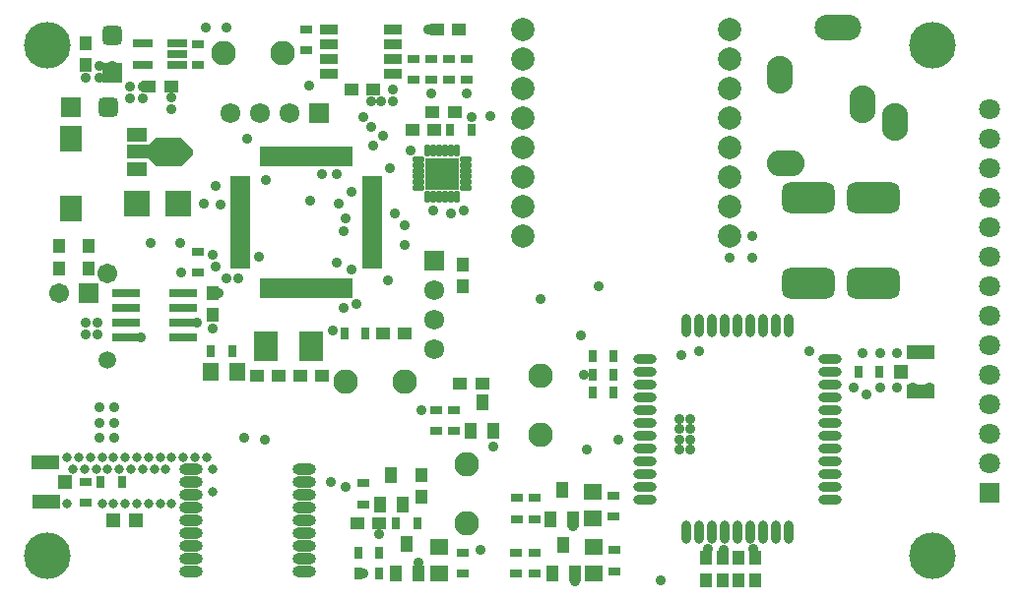
<source format=gts>
G04*
G04 #@! TF.GenerationSoftware,Altium Limited,Altium Designer,18.1.6 (161)*
G04*
G04 Layer_Color=8388736*
%FSLAX25Y25*%
%MOIN*%
G70*
G01*
G75*
%ADD50R,0.08674X0.09068*%
%ADD51R,0.07493X0.08674*%
G04:AMPARAMS|DCode=52|XSize=68mil|YSize=68mil|CornerRadius=19mil|HoleSize=0mil|Usage=FLASHONLY|Rotation=90.000|XOffset=0mil|YOffset=0mil|HoleType=Round|Shape=RoundedRectangle|*
%AMROUNDEDRECTD52*
21,1,0.06800,0.03000,0,0,90.0*
21,1,0.03000,0.06800,0,0,90.0*
1,1,0.03800,0.01500,0.01500*
1,1,0.03800,0.01500,-0.01500*
1,1,0.03800,-0.01500,-0.01500*
1,1,0.03800,-0.01500,0.01500*
%
%ADD52ROUNDEDRECTD52*%
%ADD53R,0.06800X0.06800*%
%ADD54R,0.04340X0.04537*%
G04:AMPARAMS|DCode=55|XSize=68mil|YSize=68mil|CornerRadius=19mil|HoleSize=0mil|Usage=FLASHONLY|Rotation=0.000|XOffset=0mil|YOffset=0mil|HoleType=Round|Shape=RoundedRectangle|*
%AMROUNDEDRECTD55*
21,1,0.06800,0.03000,0,0,0.0*
21,1,0.03000,0.06800,0,0,0.0*
1,1,0.03800,0.01500,-0.01500*
1,1,0.03800,-0.01500,-0.01500*
1,1,0.03800,-0.01500,0.01500*
1,1,0.03800,0.01500,0.01500*
%
%ADD55ROUNDEDRECTD55*%
%ADD56R,0.06800X0.06800*%
%ADD57R,0.06706X0.04737*%
%ADD58R,0.04537X0.04340*%
%ADD59R,0.06706X0.03162*%
%ADD60R,0.04343X0.03162*%
%ADD61R,0.01981X0.06706*%
%ADD62R,0.06706X0.01981*%
%ADD63R,0.05918X0.03556*%
%ADD64R,0.03162X0.04343*%
G04:AMPARAMS|DCode=65|XSize=41.47mil|YSize=21.78mil|CornerRadius=5.72mil|HoleSize=0mil|Usage=FLASHONLY|Rotation=90.000|XOffset=0mil|YOffset=0mil|HoleType=Round|Shape=RoundedRectangle|*
%AMROUNDEDRECTD65*
21,1,0.04147,0.01034,0,0,90.0*
21,1,0.03002,0.02178,0,0,90.0*
1,1,0.01145,0.00517,0.01501*
1,1,0.01145,0.00517,-0.01501*
1,1,0.01145,-0.00517,-0.01501*
1,1,0.01145,-0.00517,0.01501*
%
%ADD65ROUNDEDRECTD65*%
G04:AMPARAMS|DCode=66|XSize=39.5mil|YSize=21.78mil|CornerRadius=5.72mil|HoleSize=0mil|Usage=FLASHONLY|Rotation=0.000|XOffset=0mil|YOffset=0mil|HoleType=Round|Shape=RoundedRectangle|*
%AMROUNDEDRECTD66*
21,1,0.03950,0.01034,0,0,0.0*
21,1,0.02805,0.02178,0,0,0.0*
1,1,0.01145,0.01403,-0.00517*
1,1,0.01145,-0.01403,-0.00517*
1,1,0.01145,-0.01403,0.00517*
1,1,0.01145,0.01403,0.00517*
%
%ADD66ROUNDEDRECTD66*%
%ADD67R,0.11430X0.11036*%
%ADD68R,0.08280X0.10249*%
%ADD69R,0.05800X0.06300*%
%ADD70R,0.09461X0.03162*%
%ADD71O,0.03162X0.07887*%
%ADD72O,0.07887X0.03162*%
%ADD73R,0.04147X0.05524*%
G04:AMPARAMS|DCode=74|XSize=106.42mil|YSize=177.29mil|CornerRadius=28.61mil|HoleSize=0mil|Usage=FLASHONLY|Rotation=90.000|XOffset=0mil|YOffset=0mil|HoleType=Round|Shape=RoundedRectangle|*
%AMROUNDEDRECTD74*
21,1,0.10642,0.12008,0,0,90.0*
21,1,0.04921,0.17729,0,0,90.0*
1,1,0.05721,0.06004,0.02461*
1,1,0.05721,0.06004,-0.02461*
1,1,0.05721,-0.06004,-0.02461*
1,1,0.05721,-0.06004,0.02461*
%
%ADD74ROUNDEDRECTD74*%
%ADD75R,0.09461X0.04737*%
%ADD76R,0.04737X0.04737*%
%ADD77R,0.06300X0.05800*%
%ADD78O,0.07887X0.03950*%
%ADD79R,0.06784X0.06784*%
%ADD80C,0.06784*%
%ADD81C,0.08300*%
%ADD82C,0.06706*%
%ADD83R,0.06706X0.06706*%
%ADD84R,0.06784X0.06784*%
%ADD85C,0.07887*%
%ADD86O,0.08800X0.12800*%
%ADD87O,0.12800X0.08800*%
%ADD88O,0.15800X0.08800*%
%ADD89C,0.15800*%
%ADD90C,0.07099*%
%ADD91R,0.07099X0.07099*%
%ADD92C,0.05918*%
%ADD93C,0.03600*%
%ADD94C,0.03162*%
G36*
X723758Y417681D02*
X715096D01*
X712734Y420043D01*
X705254D01*
Y424768D01*
X712734D01*
X715096Y427130D01*
X723758D01*
X727695Y423193D01*
Y421618D01*
X723758Y417681D01*
D02*
G37*
D50*
X722821Y404800D02*
D03*
X708600D02*
D03*
D51*
X686500Y426811D02*
D03*
Y403189D02*
D03*
D52*
X700500Y461799D02*
D03*
D53*
Y449201D02*
D03*
D54*
X691500Y459200D02*
D03*
Y451800D02*
D03*
X819000Y376800D02*
D03*
Y384200D02*
D03*
X734500Y367100D02*
D03*
Y374500D02*
D03*
X692500Y383000D02*
D03*
Y390400D02*
D03*
X682500Y383000D02*
D03*
Y390400D02*
D03*
X918000Y277300D02*
D03*
Y284700D02*
D03*
X912446Y277300D02*
D03*
Y284700D02*
D03*
X906892Y277300D02*
D03*
Y284700D02*
D03*
X901339Y277300D02*
D03*
Y284700D02*
D03*
X805000Y312821D02*
D03*
Y305421D02*
D03*
D55*
X699098Y437500D02*
D03*
D56*
X686500D02*
D03*
D57*
X708600Y416500D02*
D03*
Y428311D02*
D03*
D58*
X712800Y444500D02*
D03*
X720200D02*
D03*
X788700Y443500D02*
D03*
X781300D02*
D03*
X817700Y464000D02*
D03*
X810300D02*
D03*
X809500Y430000D02*
D03*
X802100D02*
D03*
X808800Y436000D02*
D03*
X816200D02*
D03*
X792000Y361000D02*
D03*
X799400D02*
D03*
X764000Y346500D02*
D03*
X771400D02*
D03*
X756720D02*
D03*
X749321D02*
D03*
X825520Y344000D02*
D03*
X818120D02*
D03*
X783300Y296500D02*
D03*
X790700D02*
D03*
D59*
X722405Y451760D02*
D03*
Y455500D02*
D03*
Y459240D02*
D03*
X710595D02*
D03*
Y451760D02*
D03*
D60*
X729500Y451851D02*
D03*
X729500Y459000D02*
D03*
X766001Y456851D02*
D03*
X766000Y464000D02*
D03*
X802500Y454000D02*
D03*
X802501Y446851D02*
D03*
X808500D02*
D03*
X808500Y454000D02*
D03*
X814500D02*
D03*
X814501Y446851D02*
D03*
X820500Y446851D02*
D03*
X820500Y454000D02*
D03*
X729499Y388649D02*
D03*
X729500Y381500D02*
D03*
X810000Y327800D02*
D03*
X809999Y334949D02*
D03*
X816000D02*
D03*
X816000Y327800D02*
D03*
X837500Y297917D02*
D03*
X837500Y305066D02*
D03*
X843499Y305088D02*
D03*
X843500Y297939D02*
D03*
X870000Y305987D02*
D03*
X870000Y298838D02*
D03*
X870500Y287487D02*
D03*
X870500Y280338D02*
D03*
X843499Y286566D02*
D03*
X843499Y279417D02*
D03*
X837000D02*
D03*
X837000Y286566D02*
D03*
X785500Y303000D02*
D03*
X785499Y310149D02*
D03*
X818999Y286649D02*
D03*
X819000Y279500D02*
D03*
X691501Y303351D02*
D03*
X691500Y310501D02*
D03*
D61*
X751236Y376059D02*
D03*
X753205D02*
D03*
X755173D02*
D03*
X757142D02*
D03*
X759110D02*
D03*
X761079D02*
D03*
X763047D02*
D03*
X765016D02*
D03*
X766984D02*
D03*
X768953D02*
D03*
X770921D02*
D03*
X772890D02*
D03*
X774858D02*
D03*
X776827D02*
D03*
X778795D02*
D03*
X780764D02*
D03*
Y420941D02*
D03*
X778795D02*
D03*
X776827D02*
D03*
X774858D02*
D03*
X772890D02*
D03*
X770921D02*
D03*
X768953D02*
D03*
X766984D02*
D03*
X765016D02*
D03*
X763047D02*
D03*
X761079D02*
D03*
X759110D02*
D03*
X757142D02*
D03*
X755173D02*
D03*
X753205D02*
D03*
X751236D02*
D03*
D62*
X788441Y383736D02*
D03*
Y385705D02*
D03*
Y387673D02*
D03*
Y389642D02*
D03*
Y391610D02*
D03*
Y393579D02*
D03*
Y395547D02*
D03*
Y397516D02*
D03*
Y399484D02*
D03*
Y401453D02*
D03*
Y403421D02*
D03*
Y405390D02*
D03*
Y407358D02*
D03*
Y409327D02*
D03*
Y411295D02*
D03*
Y413264D02*
D03*
X743559D02*
D03*
Y411295D02*
D03*
Y409327D02*
D03*
Y407358D02*
D03*
Y405390D02*
D03*
Y403421D02*
D03*
Y401453D02*
D03*
Y399484D02*
D03*
Y397516D02*
D03*
Y395547D02*
D03*
Y393579D02*
D03*
Y391610D02*
D03*
Y389642D02*
D03*
Y387673D02*
D03*
Y385705D02*
D03*
Y383736D02*
D03*
D63*
X795327Y459000D02*
D03*
Y464000D02*
D03*
Y454000D02*
D03*
Y449000D02*
D03*
X773673Y459000D02*
D03*
Y464000D02*
D03*
Y454000D02*
D03*
Y449000D02*
D03*
D64*
X821949Y430000D02*
D03*
X814800Y430000D02*
D03*
X786149Y361000D02*
D03*
X779000Y361000D02*
D03*
X733839Y355000D02*
D03*
X740988Y355000D02*
D03*
X783551Y279599D02*
D03*
X790700Y279600D02*
D03*
X870149Y340989D02*
D03*
X863000Y340989D02*
D03*
X870149Y346989D02*
D03*
X863000Y346989D02*
D03*
X870149Y353089D02*
D03*
X863000Y353089D02*
D03*
X953000Y347988D02*
D03*
X960149Y347989D02*
D03*
X790700Y286500D02*
D03*
X783551Y286500D02*
D03*
X703649Y310501D02*
D03*
X696500Y310500D02*
D03*
X803649Y296500D02*
D03*
X796500Y296500D02*
D03*
D65*
X816921Y407224D02*
D03*
X814953D02*
D03*
X812984D02*
D03*
X811016D02*
D03*
X809047D02*
D03*
X807079D02*
D03*
Y422776D02*
D03*
X809047D02*
D03*
X811016D02*
D03*
X812984D02*
D03*
X814953D02*
D03*
X816921D02*
D03*
D66*
X804126Y410079D02*
D03*
Y412047D02*
D03*
Y414016D02*
D03*
Y415984D02*
D03*
Y417953D02*
D03*
Y419921D02*
D03*
X819874D02*
D03*
Y417953D02*
D03*
Y415984D02*
D03*
Y414016D02*
D03*
Y412047D02*
D03*
Y410079D02*
D03*
D67*
X812000Y415000D02*
D03*
D68*
X767800Y356500D02*
D03*
X752400D02*
D03*
D69*
X742839Y347910D02*
D03*
X733839D02*
D03*
D70*
X705000Y374500D02*
D03*
Y369500D02*
D03*
Y364500D02*
D03*
Y359500D02*
D03*
X724488Y374500D02*
D03*
Y369500D02*
D03*
Y364500D02*
D03*
Y359500D02*
D03*
D71*
X894677Y363539D02*
D03*
X899008D02*
D03*
X903339D02*
D03*
X907669D02*
D03*
X912000D02*
D03*
X916331D02*
D03*
X920661D02*
D03*
X924992D02*
D03*
X929323D02*
D03*
Y293461D02*
D03*
X924992D02*
D03*
X920661D02*
D03*
X916331D02*
D03*
X912000D02*
D03*
X907669D02*
D03*
X903339D02*
D03*
X899008D02*
D03*
X894677D02*
D03*
D72*
X943299Y352319D02*
D03*
Y347988D02*
D03*
Y343657D02*
D03*
Y339327D02*
D03*
Y334996D02*
D03*
Y330665D02*
D03*
Y326335D02*
D03*
Y322004D02*
D03*
Y317673D02*
D03*
Y313342D02*
D03*
Y309012D02*
D03*
Y304681D02*
D03*
X880701D02*
D03*
Y309012D02*
D03*
Y313342D02*
D03*
Y317673D02*
D03*
Y322004D02*
D03*
Y326335D02*
D03*
Y330665D02*
D03*
Y334996D02*
D03*
Y339327D02*
D03*
Y343657D02*
D03*
Y347988D02*
D03*
Y352319D02*
D03*
D73*
X825520Y337621D02*
D03*
X821800Y327800D02*
D03*
X829380Y327779D02*
D03*
X852520Y307760D02*
D03*
X848800Y297939D02*
D03*
X856380Y297917D02*
D03*
X853020Y289260D02*
D03*
X849300Y279439D02*
D03*
X856880Y279417D02*
D03*
X794720Y312821D02*
D03*
X791000Y303000D02*
D03*
X798580Y302979D02*
D03*
X800020Y289421D02*
D03*
X796300Y279600D02*
D03*
X803880Y279579D02*
D03*
D74*
X958000Y406700D02*
D03*
X958000Y377700D02*
D03*
X936000Y406700D02*
D03*
X936000Y377700D02*
D03*
D75*
X973952Y354477D02*
D03*
X973972Y341140D02*
D03*
X677854Y304012D02*
D03*
X677835Y317348D02*
D03*
D76*
X967306Y347989D02*
D03*
X708500Y297500D02*
D03*
X700600D02*
D03*
X684500Y310500D02*
D03*
D77*
X863000Y307039D02*
D03*
Y298039D02*
D03*
X863500Y288539D02*
D03*
Y279539D02*
D03*
X811000Y288500D02*
D03*
Y279500D02*
D03*
D78*
X727000Y280185D02*
D03*
Y284516D02*
D03*
Y288846D02*
D03*
Y293177D02*
D03*
Y297508D02*
D03*
Y301839D02*
D03*
Y306169D02*
D03*
Y310500D02*
D03*
Y314831D02*
D03*
X765189D02*
D03*
Y310500D02*
D03*
Y306169D02*
D03*
Y301839D02*
D03*
Y297508D02*
D03*
Y293177D02*
D03*
Y288846D02*
D03*
Y284516D02*
D03*
Y280185D02*
D03*
D79*
X770500Y435500D02*
D03*
D80*
X760500D02*
D03*
X750500D02*
D03*
X740500D02*
D03*
X809500Y375500D02*
D03*
Y365500D02*
D03*
Y355500D02*
D03*
D81*
X758000Y456000D02*
D03*
X738000D02*
D03*
X779500Y344500D02*
D03*
X799500D02*
D03*
X845500Y346500D02*
D03*
Y326500D02*
D03*
X820500Y316500D02*
D03*
Y296500D02*
D03*
D82*
X682500Y374500D02*
D03*
X698600Y381300D02*
D03*
D83*
X692500Y374500D02*
D03*
D84*
X809500Y385500D02*
D03*
D85*
X909500Y394000D02*
D03*
Y404000D02*
D03*
Y414000D02*
D03*
Y424000D02*
D03*
Y434000D02*
D03*
Y444000D02*
D03*
Y454000D02*
D03*
Y464000D02*
D03*
X839500D02*
D03*
Y454000D02*
D03*
Y444000D02*
D03*
Y434000D02*
D03*
Y424000D02*
D03*
Y414000D02*
D03*
Y404000D02*
D03*
Y394000D02*
D03*
D86*
X965500Y432500D02*
D03*
X954500Y438500D02*
D03*
X926500Y448500D02*
D03*
D87*
X928500Y418500D02*
D03*
D88*
X946000Y464500D02*
D03*
D89*
X678500Y285500D02*
D03*
Y458614D02*
D03*
X978000D02*
D03*
Y285500D02*
D03*
D90*
X997370Y437000D02*
D03*
Y427000D02*
D03*
Y417000D02*
D03*
Y407000D02*
D03*
Y397000D02*
D03*
Y387000D02*
D03*
Y377000D02*
D03*
Y367000D02*
D03*
Y357000D02*
D03*
Y347000D02*
D03*
Y337000D02*
D03*
Y327000D02*
D03*
Y317000D02*
D03*
D91*
Y307000D02*
D03*
D92*
X698700Y352000D02*
D03*
D93*
X801400Y422800D02*
D03*
X791999Y428000D02*
D03*
X788826Y424500D02*
D03*
X788000Y431000D02*
D03*
X794500Y417000D02*
D03*
X795327Y439500D02*
D03*
X791500D02*
D03*
X785500Y434051D02*
D03*
X788000Y439500D02*
D03*
X951500Y342500D02*
D03*
X954500Y354113D02*
D03*
X977000Y354000D02*
D03*
X960500Y354113D02*
D03*
X966000D02*
D03*
X971341Y354000D02*
D03*
X977000Y342500D02*
D03*
X971341D02*
D03*
X966000D02*
D03*
X960500D02*
D03*
X828500Y434500D02*
D03*
X781300Y409000D02*
D03*
X777000Y404692D02*
D03*
X845500Y372500D02*
D03*
X865000Y377000D02*
D03*
X796022Y401453D02*
D03*
X737000Y404500D02*
D03*
X735500Y411000D02*
D03*
X799500Y391000D02*
D03*
Y397500D02*
D03*
X767500Y406000D02*
D03*
X778547Y395547D02*
D03*
X732000Y464500D02*
D03*
X739000D02*
D03*
X795327Y443500D02*
D03*
X820500Y442250D02*
D03*
X808500D02*
D03*
X743000Y379500D02*
D03*
X892500Y321500D02*
D03*
X896000D02*
D03*
Y325000D02*
D03*
Y328500D02*
D03*
Y332000D02*
D03*
X892500Y325000D02*
D03*
Y328500D02*
D03*
Y332000D02*
D03*
X805000Y334949D02*
D03*
X720200Y440750D02*
D03*
X821949Y434051D02*
D03*
X700500Y447500D02*
D03*
Y451500D02*
D03*
X696000Y447500D02*
D03*
Y451500D02*
D03*
X691500Y447500D02*
D03*
Y451500D02*
D03*
X807500Y464000D02*
D03*
X811000D02*
D03*
X781300Y382426D02*
D03*
X774858Y362000D02*
D03*
X752500Y413000D02*
D03*
X746000Y426811D02*
D03*
X767000Y445000D02*
D03*
X731500Y404800D02*
D03*
X736500Y374500D02*
D03*
X696000Y330472D02*
D03*
Y336000D02*
D03*
Y325500D02*
D03*
X701000Y330500D02*
D03*
Y325500D02*
D03*
Y336000D02*
D03*
X774500Y310500D02*
D03*
X917000Y394000D02*
D03*
Y386500D02*
D03*
X909500D02*
D03*
X776500Y385000D02*
D03*
X745000Y325500D02*
D03*
X752000Y325000D02*
D03*
X779500Y400000D02*
D03*
X819500Y402500D02*
D03*
X871513Y325000D02*
D03*
X710000Y359500D02*
D03*
X723758Y381500D02*
D03*
X936256Y355000D02*
D03*
X720200Y437000D02*
D03*
X686500Y426811D02*
D03*
Y437500D02*
D03*
X825000Y287669D02*
D03*
X729000Y364500D02*
D03*
X776500Y415000D02*
D03*
X771400D02*
D03*
X734500Y362500D02*
D03*
X739000Y379500D02*
D03*
X750000Y387000D02*
D03*
X710595Y444500D02*
D03*
X706500D02*
D03*
Y440500D02*
D03*
X710595D02*
D03*
X793574Y379000D02*
D03*
X778795Y369500D02*
D03*
X783000Y371000D02*
D03*
X779500Y309012D02*
D03*
X735500Y383500D02*
D03*
X734500Y387673D02*
D03*
X691500Y364500D02*
D03*
Y360500D02*
D03*
X695500D02*
D03*
Y364500D02*
D03*
X723500Y391610D02*
D03*
X713500Y391500D02*
D03*
X814953Y401500D02*
D03*
X809047Y402500D02*
D03*
X829380Y322500D02*
D03*
X859000Y360142D02*
D03*
X790700Y292800D02*
D03*
X785339Y279599D02*
D03*
X803880Y283254D02*
D03*
X886000Y277300D02*
D03*
X856880Y277000D02*
D03*
X856380Y295620D02*
D03*
X899000Y355000D02*
D03*
X861000Y321500D02*
D03*
X893000Y353500D02*
D03*
X859903Y346989D02*
D03*
X955756Y340256D02*
D03*
X917500Y288000D02*
D03*
X907500Y287500D02*
D03*
X902000Y288000D02*
D03*
D94*
X732284Y318898D02*
D03*
X734252Y314961D02*
D03*
Y307087D02*
D03*
X728347Y318898D02*
D03*
X724410D02*
D03*
X720473D02*
D03*
Y303150D02*
D03*
X716536Y318898D02*
D03*
X718504Y314961D02*
D03*
X716536Y303150D02*
D03*
X712599Y318898D02*
D03*
X714567Y314961D02*
D03*
X712599Y303150D02*
D03*
X708662Y318898D02*
D03*
X710630Y314961D02*
D03*
X708662Y303150D02*
D03*
X704725Y318898D02*
D03*
X706693Y314961D02*
D03*
X704725Y303150D02*
D03*
X700788Y318898D02*
D03*
X702756Y314961D02*
D03*
X700788Y303150D02*
D03*
X696851Y318898D02*
D03*
X698819Y314961D02*
D03*
X696851Y303150D02*
D03*
X692914Y318898D02*
D03*
X694882Y314961D02*
D03*
X688977Y318898D02*
D03*
X690945Y314961D02*
D03*
X685040Y318898D02*
D03*
X687008Y314961D02*
D03*
X685040Y303150D02*
D03*
M02*

</source>
